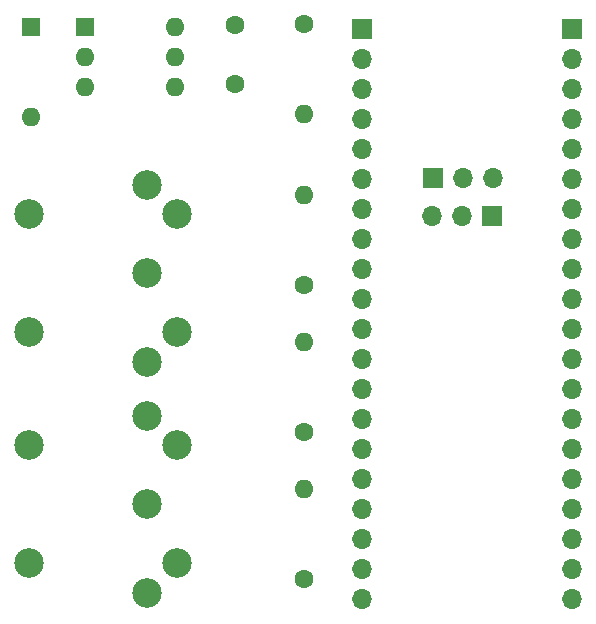
<source format=gbr>
%TF.GenerationSoftware,KiCad,Pcbnew,(6.0.5)*%
%TF.CreationDate,2022-07-19T14:12:40+01:00*%
%TF.ProjectId,PicoMIDIPack,5069636f-4d49-4444-9950-61636b2e6b69,rev?*%
%TF.SameCoordinates,Original*%
%TF.FileFunction,Soldermask,Bot*%
%TF.FilePolarity,Negative*%
%FSLAX46Y46*%
G04 Gerber Fmt 4.6, Leading zero omitted, Abs format (unit mm)*
G04 Created by KiCad (PCBNEW (6.0.5)) date 2022-07-19 14:12:40*
%MOMM*%
%LPD*%
G01*
G04 APERTURE LIST*
%ADD10R,1.700000X1.700000*%
%ADD11O,1.700000X1.700000*%
%ADD12C,2.499360*%
%ADD13C,1.600000*%
%ADD14O,1.600000X1.600000*%
%ADD15R,1.600000X1.600000*%
G04 APERTURE END LIST*
D10*
%TO.C,UART0*%
X81011000Y-85795000D03*
D11*
X78471000Y-85795000D03*
X75931000Y-85795000D03*
%TD*%
D12*
%TO.C,IN*%
X41770300Y-85676740D03*
X41770300Y-95679260D03*
X51765200Y-98176080D03*
X51767740Y-90678000D03*
X51765200Y-83179920D03*
X54267100Y-95674180D03*
X54267100Y-85681820D03*
%TD*%
D13*
%TO.C,33R*%
X65024000Y-116586000D03*
D14*
X65024000Y-108966000D03*
%TD*%
D13*
%TO.C,220R*%
X65024000Y-91694000D03*
D14*
X65024000Y-84074000D03*
%TD*%
D10*
%TO.C,J4*%
X87780000Y-70000000D03*
D11*
X87780000Y-72540000D03*
X87780000Y-75080000D03*
X87780000Y-77620000D03*
X87780000Y-80160000D03*
X87780000Y-82700000D03*
X87780000Y-85240000D03*
X87780000Y-87780000D03*
X87780000Y-90320000D03*
X87780000Y-92860000D03*
X87780000Y-95400000D03*
X87780000Y-97940000D03*
X87780000Y-100480000D03*
X87780000Y-103020000D03*
X87780000Y-105560000D03*
X87780000Y-108100000D03*
X87780000Y-110640000D03*
X87780000Y-113180000D03*
X87780000Y-115720000D03*
X87780000Y-118260000D03*
%TD*%
D15*
%TO.C,H11L1*%
X46492000Y-69840000D03*
D14*
X46492000Y-72380000D03*
X46492000Y-74920000D03*
X54112000Y-74920000D03*
X54112000Y-72380000D03*
X54112000Y-69840000D03*
%TD*%
D10*
%TO.C,UART1*%
X75961000Y-82607000D03*
D11*
X78501000Y-82607000D03*
X81041000Y-82607000D03*
%TD*%
D13*
%TO.C,470R*%
X65024000Y-69596000D03*
D14*
X65024000Y-77216000D03*
%TD*%
D13*
%TO.C,10R*%
X65024000Y-104140000D03*
D14*
X65024000Y-96520000D03*
%TD*%
D13*
%TO.C,100nF*%
X59182000Y-69636000D03*
X59182000Y-74636000D03*
%TD*%
D15*
%TO.C,1N914*%
X41910000Y-69850000D03*
D14*
X41910000Y-77470000D03*
%TD*%
D10*
%TO.C,J3*%
X70000000Y-70000000D03*
D11*
X70000000Y-72540000D03*
X70000000Y-75080000D03*
X70000000Y-77620000D03*
X70000000Y-80160000D03*
X70000000Y-82700000D03*
X70000000Y-85240000D03*
X70000000Y-87780000D03*
X70000000Y-90320000D03*
X70000000Y-92860000D03*
X70000000Y-95400000D03*
X70000000Y-97940000D03*
X70000000Y-100480000D03*
X70000000Y-103020000D03*
X70000000Y-105560000D03*
X70000000Y-108100000D03*
X70000000Y-110640000D03*
X70000000Y-113180000D03*
X70000000Y-115720000D03*
X70000000Y-118260000D03*
%TD*%
D12*
%TO.C,OUT*%
X41770300Y-115237260D03*
X41770300Y-105234740D03*
X51765200Y-117734080D03*
X51767740Y-110236000D03*
X51765200Y-102737920D03*
X54267100Y-115232180D03*
X54267100Y-105239820D03*
%TD*%
M02*

</source>
